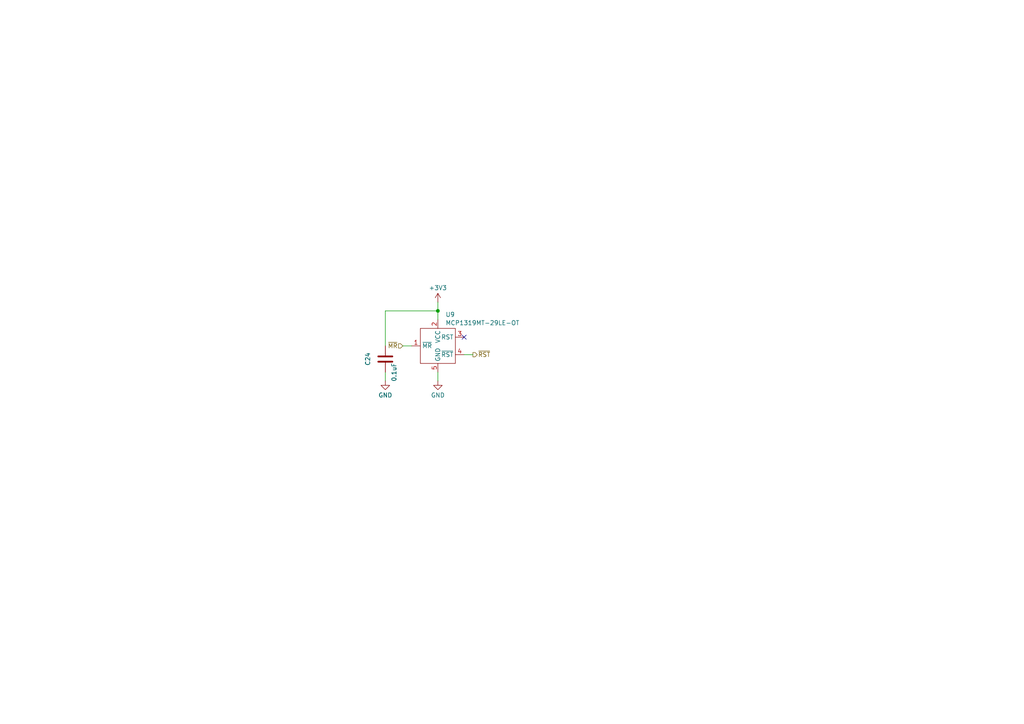
<source format=kicad_sch>
(kicad_sch (version 20231120) (generator "eeschema") (generator_version "8.0")
  (paper "A4")
  (title_block (title "Voltage Supervisor") (date "2024-05-30") (rev "0.2.0"))
  (lib_symbols
    (symbol "Device:C" (pin_numbers hide) (pin_names (offset 0.254))
      (property "Reference" "C" (at 0.635 2.54 0))
      (property "Value" "C" (at 0.635 -2.54 0))
      (symbol "C_0_1"
        (polyline (pts (xy -2.032 -0.762) (xy 2.032 -0.762)) (stroke (width 0.508)))
        (polyline (pts (xy -2.032 0.762) (xy 2.032 0.762)) (stroke (width 0.508)))
      )
      (symbol "C_1_1"
        (pin passive line (at 0 3.81 270) (length 2.794) (name "~") (number "1"))
        (pin passive line (at 0 -3.81 90) (length 2.794) (name "~") (number "2"))
      )
    )
    (symbol "custom_symbols:MCP1319MT-29LE-OT"
      (property "Reference" "K" (at 2.794 4.826 0))
      (symbol "MCP1319MT-29LE-OT_0_1"
        (rectangle (start -5.08 3.81) (end 5.08 -6.35))
      )
      (symbol "MCP1319MT-29LE-OT_1_1"
        (pin input line (at -7.62 -1.27 0) (length 2.54) (name "~{MR}") (number "1"))
        (pin power_in line (at 0 6.35 270) (length 2.54) (name "VCC") (number "2"))
        (pin output line (at 7.62 1.27 180) (length 2.54) (name "RST") (number "3"))
        (pin output line (at 7.62 -3.81 180) (length 2.54) (name "~{RST}") (number "4"))
        (pin power_in line (at 0 -8.89 90) (length 2.54) (name "GND") (number "5"))
      )
    )
    (symbol "power:+3V3" (power) (pin_numbers hide) (pin_names (offset 0) hide)
      (property "Value" "+3V3" (at 0 3.556 0))
      (symbol "+3V3_0_1"
        (polyline (pts (xy -0.762 1.27) (xy 0 2.54)))
        (polyline (pts (xy 0 0) (xy 0 2.54)))
        (polyline (pts (xy 0 2.54) (xy 0.762 1.27)))
      )
      (symbol "+3V3_1_1"
        (pin power_in line (at 0 0 90) (length 0) (name "~") (number "1"))
      )
    )
    (symbol "power:GND" (power) (pin_numbers hide) (pin_names (offset 0) hide)
      (property "Value" "GND" (at 0 -3.81 0))
      (symbol "GND_0_1"
        (polyline (pts (xy 0 0) (xy 0 -1.27) (xy 1.27 -1.27) (xy 0 -2.54) (xy -1.27 -1.27) (xy 0 -1.27)))
      )
      (symbol "GND_1_1"
        (pin power_in line (at 0 0 270) (length 0) (name "~") (number "1"))
      )
    )
  )
  (junction (at 127 90.17))
  (no_connect (at 134.62 97.79))
  (wire (pts (xy 127 90.17) (xy 127 92.71)))
  (wire (pts (xy 127 90.17) (xy 127 87.63)))
  (wire (pts (xy 111.76 90.17) (xy 111.76 100.33)))
  (wire (pts (xy 137.16 102.87) (xy 134.62 102.87)))
  (wire (pts (xy 111.76 107.95) (xy 111.76 110.49)))
  (wire (pts (xy 111.76 90.17) (xy 127 90.17)))
  (wire (pts (xy 116.84 100.33) (xy 119.38 100.33)))
  (wire (pts (xy 127 110.49) (xy 127 107.95)))
  (hierarchical_label "~{RST}" (shape output) (at 137.16 102.87 0))
  (hierarchical_label "~{MR}" (shape input) (at 116.84 100.33 180))
  (symbol (lib_id "power:+3V3") (at 127 87.63 0) (unit 1)
    (property "Reference" "#PWR73" (effects (hide yes)))
    (property "Value" "+3V3" (at 127 83.4969 0))
    (property "Description" "Power symbol creates a global label with name \"+3V3\"" (effects (hide yes)))
  )
  (symbol (lib_id "Device:C") (at 111.76 104.14 180) (unit 1)
    (property "Reference" "C24" (at 106.68 104.14 90))
    (property "Value" "0.1uF" (at 114.3 107.95 90))
    (property "Footprint" "Capacitor_SMD:C_0805_2012Metric" (effects (hide yes)))
    (property "Description" "Unpolarized capacitor" (effects (hide yes)))
  )
  (symbol (lib_id "custom_symbols:MCP1319MT-29LE-OT") (at 127 99.06 0) (unit 1)
    (property "Reference" "U9" (at 129.1941 91.2325 0) (effects (justify left)))
    (property "Value" "MCP1319MT-29LE-OT" (at 129.1941 93.6568 0) (effects (justify left)))
    (property "Footprint" "Package_TO_SOT_SMD:SOT-23-5" (effects (hide yes)))
    (property "Datasheet" "https://ww1.microchip.com/downloads/en/DeviceDoc/MCP131X-2X-Voltage-Supervisor-DS20001985E.pdf" (effects (hide yes)))
    (property "Description" "Microcontroller supervisory circuit, SOIC-8" (effects (hide yes)))
  )
  (symbol (lib_id "power:GND") (at 127 110.49 0) (unit 1)
    (property "Reference" "#PWR74" (effects (hide yes)))
    (property "Value" "GND" (at 127 114.6231 0))
    (property "Description" "Power symbol creates a global label with name \"GND\" , ground" (effects (hide yes)))
  )
  (symbol (lib_id "power:GND") (at 111.76 110.49 0) (unit 1)
    (property "Reference" "#PWR72" (effects (hide yes)))
    (property "Value" "GND" (at 111.76 114.6231 0))
    (property "Description" "Power symbol creates a global label with name \"GND\" , ground" (effects (hide yes)))
  )
)
</source>
